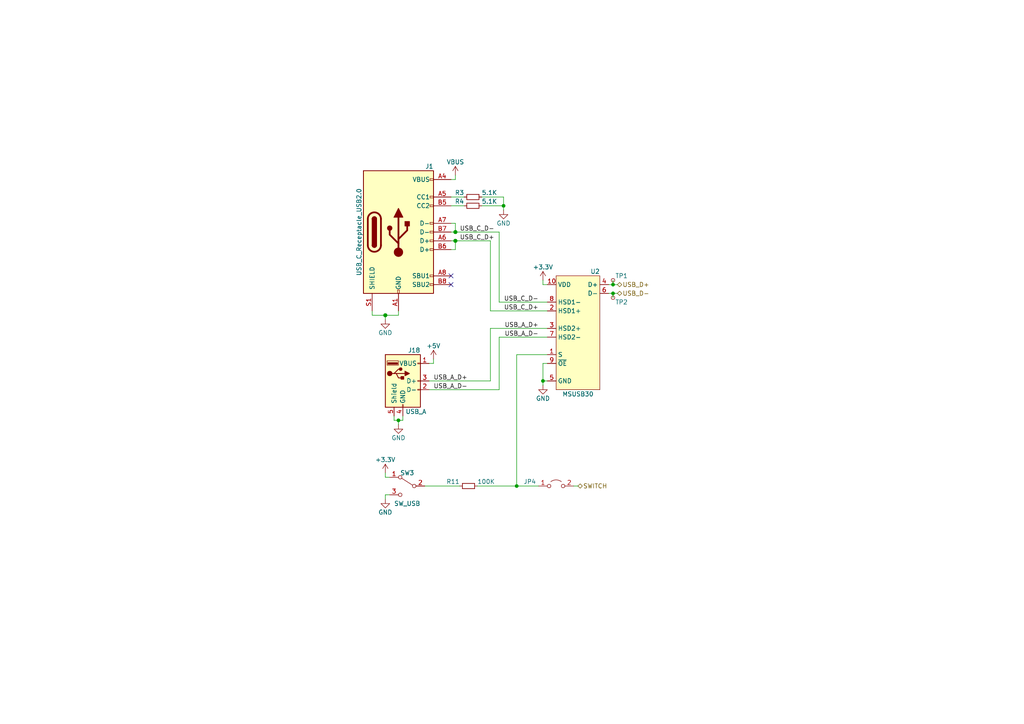
<source format=kicad_sch>
(kicad_sch
	(version 20231120)
	(generator "eeschema")
	(generator_version "8.0")
	(uuid "896a80a2-fa00-469b-993f-40479282ad1c")
	(paper "A4")
	(lib_symbols
		(symbol "Connector:TestPoint_Small"
			(pin_numbers hide)
			(pin_names
				(offset 0.762) hide)
			(exclude_from_sim no)
			(in_bom yes)
			(on_board yes)
			(property "Reference" "TP"
				(at 0 3.81 0)
				(effects
					(font
						(size 1.27 1.27)
					)
				)
			)
			(property "Value" "TestPoint_Small"
				(at 0 2.032 0)
				(effects
					(font
						(size 1.27 1.27)
					)
				)
			)
			(property "Footprint" ""
				(at 5.08 0 0)
				(effects
					(font
						(size 1.27 1.27)
					)
					(hide yes)
				)
			)
			(property "Datasheet" "~"
				(at 5.08 0 0)
				(effects
					(font
						(size 1.27 1.27)
					)
					(hide yes)
				)
			)
			(property "Description" "test point"
				(at 0 0 0)
				(effects
					(font
						(size 1.27 1.27)
					)
					(hide yes)
				)
			)
			(property "ki_keywords" "test point tp"
				(at 0 0 0)
				(effects
					(font
						(size 1.27 1.27)
					)
					(hide yes)
				)
			)
			(property "ki_fp_filters" "Pin* Test*"
				(at 0 0 0)
				(effects
					(font
						(size 1.27 1.27)
					)
					(hide yes)
				)
			)
			(symbol "TestPoint_Small_0_1"
				(circle
					(center 0 0)
					(radius 0.508)
					(stroke
						(width 0)
						(type default)
					)
					(fill
						(type none)
					)
				)
			)
			(symbol "TestPoint_Small_1_1"
				(pin passive line
					(at 0 0 90)
					(length 0)
					(name "1"
						(effects
							(font
								(size 1.27 1.27)
							)
						)
					)
					(number "1"
						(effects
							(font
								(size 1.27 1.27)
							)
						)
					)
				)
			)
		)
		(symbol "Connector:USB_A"
			(pin_names
				(offset 1.016)
			)
			(exclude_from_sim no)
			(in_bom yes)
			(on_board yes)
			(property "Reference" "J"
				(at -5.08 11.43 0)
				(effects
					(font
						(size 1.27 1.27)
					)
					(justify left)
				)
			)
			(property "Value" "USB_A"
				(at -5.08 8.89 0)
				(effects
					(font
						(size 1.27 1.27)
					)
					(justify left)
				)
			)
			(property "Footprint" ""
				(at 3.81 -1.27 0)
				(effects
					(font
						(size 1.27 1.27)
					)
					(hide yes)
				)
			)
			(property "Datasheet" "~"
				(at 3.81 -1.27 0)
				(effects
					(font
						(size 1.27 1.27)
					)
					(hide yes)
				)
			)
			(property "Description" "USB Type A connector"
				(at 0 0 0)
				(effects
					(font
						(size 1.27 1.27)
					)
					(hide yes)
				)
			)
			(property "ki_keywords" "connector USB"
				(at 0 0 0)
				(effects
					(font
						(size 1.27 1.27)
					)
					(hide yes)
				)
			)
			(property "ki_fp_filters" "USB*"
				(at 0 0 0)
				(effects
					(font
						(size 1.27 1.27)
					)
					(hide yes)
				)
			)
			(symbol "USB_A_0_1"
				(rectangle
					(start -5.08 -7.62)
					(end 5.08 7.62)
					(stroke
						(width 0.254)
						(type default)
					)
					(fill
						(type background)
					)
				)
				(circle
					(center -3.81 2.159)
					(radius 0.635)
					(stroke
						(width 0.254)
						(type default)
					)
					(fill
						(type outline)
					)
				)
				(rectangle
					(start -1.524 4.826)
					(end -4.318 5.334)
					(stroke
						(width 0)
						(type default)
					)
					(fill
						(type outline)
					)
				)
				(rectangle
					(start -1.27 4.572)
					(end -4.572 5.842)
					(stroke
						(width 0)
						(type default)
					)
					(fill
						(type none)
					)
				)
				(circle
					(center -0.635 3.429)
					(radius 0.381)
					(stroke
						(width 0.254)
						(type default)
					)
					(fill
						(type outline)
					)
				)
				(rectangle
					(start -0.127 -7.62)
					(end 0.127 -6.858)
					(stroke
						(width 0)
						(type default)
					)
					(fill
						(type none)
					)
				)
				(polyline
					(pts
						(xy -3.175 2.159) (xy -2.54 2.159) (xy -1.27 3.429) (xy -0.635 3.429)
					)
					(stroke
						(width 0.254)
						(type default)
					)
					(fill
						(type none)
					)
				)
				(polyline
					(pts
						(xy -2.54 2.159) (xy -1.905 2.159) (xy -1.27 0.889) (xy 0 0.889)
					)
					(stroke
						(width 0.254)
						(type default)
					)
					(fill
						(type none)
					)
				)
				(polyline
					(pts
						(xy 0.635 2.794) (xy 0.635 1.524) (xy 1.905 2.159) (xy 0.635 2.794)
					)
					(stroke
						(width 0.254)
						(type default)
					)
					(fill
						(type outline)
					)
				)
				(rectangle
					(start 0.254 1.27)
					(end -0.508 0.508)
					(stroke
						(width 0.254)
						(type default)
					)
					(fill
						(type outline)
					)
				)
				(rectangle
					(start 5.08 -2.667)
					(end 4.318 -2.413)
					(stroke
						(width 0)
						(type default)
					)
					(fill
						(type none)
					)
				)
				(rectangle
					(start 5.08 -0.127)
					(end 4.318 0.127)
					(stroke
						(width 0)
						(type default)
					)
					(fill
						(type none)
					)
				)
				(rectangle
					(start 5.08 4.953)
					(end 4.318 5.207)
					(stroke
						(width 0)
						(type default)
					)
					(fill
						(type none)
					)
				)
			)
			(symbol "USB_A_1_1"
				(polyline
					(pts
						(xy -1.905 2.159) (xy 0.635 2.159)
					)
					(stroke
						(width 0.254)
						(type default)
					)
					(fill
						(type none)
					)
				)
				(pin power_in line
					(at 7.62 5.08 180)
					(length 2.54)
					(name "VBUS"
						(effects
							(font
								(size 1.27 1.27)
							)
						)
					)
					(number "1"
						(effects
							(font
								(size 1.27 1.27)
							)
						)
					)
				)
				(pin bidirectional line
					(at 7.62 -2.54 180)
					(length 2.54)
					(name "D-"
						(effects
							(font
								(size 1.27 1.27)
							)
						)
					)
					(number "2"
						(effects
							(font
								(size 1.27 1.27)
							)
						)
					)
				)
				(pin bidirectional line
					(at 7.62 0 180)
					(length 2.54)
					(name "D+"
						(effects
							(font
								(size 1.27 1.27)
							)
						)
					)
					(number "3"
						(effects
							(font
								(size 1.27 1.27)
							)
						)
					)
				)
				(pin power_in line
					(at 0 -10.16 90)
					(length 2.54)
					(name "GND"
						(effects
							(font
								(size 1.27 1.27)
							)
						)
					)
					(number "4"
						(effects
							(font
								(size 1.27 1.27)
							)
						)
					)
				)
				(pin passive line
					(at -2.54 -10.16 90)
					(length 2.54)
					(name "Shield"
						(effects
							(font
								(size 1.27 1.27)
							)
						)
					)
					(number "5"
						(effects
							(font
								(size 1.27 1.27)
							)
						)
					)
				)
			)
		)
		(symbol "Connector:USB_C_Receptacle_USB2.0"
			(pin_names
				(offset 1.016)
			)
			(exclude_from_sim no)
			(in_bom yes)
			(on_board yes)
			(property "Reference" "J"
				(at -10.16 19.05 0)
				(effects
					(font
						(size 1.27 1.27)
					)
					(justify left)
				)
			)
			(property "Value" "USB_C_Receptacle_USB2.0"
				(at 19.05 19.05 0)
				(effects
					(font
						(size 1.27 1.27)
					)
					(justify right)
				)
			)
			(property "Footprint" ""
				(at 3.81 0 0)
				(effects
					(font
						(size 1.27 1.27)
					)
					(hide yes)
				)
			)
			(property "Datasheet" "https://www.usb.org/sites/default/files/documents/usb_type-c.zip"
				(at 3.81 0 0)
				(effects
					(font
						(size 1.27 1.27)
					)
					(hide yes)
				)
			)
			(property "Description" "USB 2.0-only Type-C Receptacle connector"
				(at 0 0 0)
				(effects
					(font
						(size 1.27 1.27)
					)
					(hide yes)
				)
			)
			(property "ki_keywords" "usb universal serial bus type-C USB2.0"
				(at 0 0 0)
				(effects
					(font
						(size 1.27 1.27)
					)
					(hide yes)
				)
			)
			(property "ki_fp_filters" "USB*C*Receptacle*"
				(at 0 0 0)
				(effects
					(font
						(size 1.27 1.27)
					)
					(hide yes)
				)
			)
			(symbol "USB_C_Receptacle_USB2.0_0_0"
				(rectangle
					(start -0.254 -17.78)
					(end 0.254 -16.764)
					(stroke
						(width 0)
						(type default)
					)
					(fill
						(type none)
					)
				)
				(rectangle
					(start 10.16 -14.986)
					(end 9.144 -15.494)
					(stroke
						(width 0)
						(type default)
					)
					(fill
						(type none)
					)
				)
				(rectangle
					(start 10.16 -12.446)
					(end 9.144 -12.954)
					(stroke
						(width 0)
						(type default)
					)
					(fill
						(type none)
					)
				)
				(rectangle
					(start 10.16 -4.826)
					(end 9.144 -5.334)
					(stroke
						(width 0)
						(type default)
					)
					(fill
						(type none)
					)
				)
				(rectangle
					(start 10.16 -2.286)
					(end 9.144 -2.794)
					(stroke
						(width 0)
						(type default)
					)
					(fill
						(type none)
					)
				)
				(rectangle
					(start 10.16 0.254)
					(end 9.144 -0.254)
					(stroke
						(width 0)
						(type default)
					)
					(fill
						(type none)
					)
				)
				(rectangle
					(start 10.16 2.794)
					(end 9.144 2.286)
					(stroke
						(width 0)
						(type default)
					)
					(fill
						(type none)
					)
				)
				(rectangle
					(start 10.16 7.874)
					(end 9.144 7.366)
					(stroke
						(width 0)
						(type default)
					)
					(fill
						(type none)
					)
				)
				(rectangle
					(start 10.16 10.414)
					(end 9.144 9.906)
					(stroke
						(width 0)
						(type default)
					)
					(fill
						(type none)
					)
				)
				(rectangle
					(start 10.16 15.494)
					(end 9.144 14.986)
					(stroke
						(width 0)
						(type default)
					)
					(fill
						(type none)
					)
				)
			)
			(symbol "USB_C_Receptacle_USB2.0_0_1"
				(rectangle
					(start -10.16 17.78)
					(end 10.16 -17.78)
					(stroke
						(width 0.254)
						(type default)
					)
					(fill
						(type background)
					)
				)
				(arc
					(start -8.89 -3.81)
					(mid -6.985 -5.7066)
					(end -5.08 -3.81)
					(stroke
						(width 0.508)
						(type default)
					)
					(fill
						(type none)
					)
				)
				(arc
					(start -7.62 -3.81)
					(mid -6.985 -4.4422)
					(end -6.35 -3.81)
					(stroke
						(width 0.254)
						(type default)
					)
					(fill
						(type none)
					)
				)
				(arc
					(start -7.62 -3.81)
					(mid -6.985 -4.4422)
					(end -6.35 -3.81)
					(stroke
						(width 0.254)
						(type default)
					)
					(fill
						(type outline)
					)
				)
				(rectangle
					(start -7.62 -3.81)
					(end -6.35 3.81)
					(stroke
						(width 0.254)
						(type default)
					)
					(fill
						(type outline)
					)
				)
				(arc
					(start -6.35 3.81)
					(mid -6.985 4.4422)
					(end -7.62 3.81)
					(stroke
						(width 0.254)
						(type default)
					)
					(fill
						(type none)
					)
				)
				(arc
					(start -6.35 3.81)
					(mid -6.985 4.4422)
					(end -7.62 3.81)
					(stroke
						(width 0.254)
						(type default)
					)
					(fill
						(type outline)
					)
				)
				(arc
					(start -5.08 3.81)
					(mid -6.985 5.7066)
					(end -8.89 3.81)
					(stroke
						(width 0.508)
						(type default)
					)
					(fill
						(type none)
					)
				)
				(circle
					(center -2.54 1.143)
					(radius 0.635)
					(stroke
						(width 0.254)
						(type default)
					)
					(fill
						(type outline)
					)
				)
				(circle
					(center 0 -5.842)
					(radius 1.27)
					(stroke
						(width 0)
						(type default)
					)
					(fill
						(type outline)
					)
				)
				(polyline
					(pts
						(xy -8.89 -3.81) (xy -8.89 3.81)
					)
					(stroke
						(width 0.508)
						(type default)
					)
					(fill
						(type none)
					)
				)
				(polyline
					(pts
						(xy -5.08 3.81) (xy -5.08 -3.81)
					)
					(stroke
						(width 0.508)
						(type default)
					)
					(fill
						(type none)
					)
				)
				(polyline
					(pts
						(xy 0 -5.842) (xy 0 4.318)
					)
					(stroke
						(width 0.508)
						(type default)
					)
					(fill
						(type none)
					)
				)
				(polyline
					(pts
						(xy 0 -3.302) (xy -2.54 -0.762) (xy -2.54 0.508)
					)
					(stroke
						(width 0.508)
						(type default)
					)
					(fill
						(type none)
					)
				)
				(polyline
					(pts
						(xy 0 -2.032) (xy 2.54 0.508) (xy 2.54 1.778)
					)
					(stroke
						(width 0.508)
						(type default)
					)
					(fill
						(type none)
					)
				)
				(polyline
					(pts
						(xy -1.27 4.318) (xy 0 6.858) (xy 1.27 4.318) (xy -1.27 4.318)
					)
					(stroke
						(width 0.254)
						(type default)
					)
					(fill
						(type outline)
					)
				)
				(rectangle
					(start 1.905 1.778)
					(end 3.175 3.048)
					(stroke
						(width 0.254)
						(type default)
					)
					(fill
						(type outline)
					)
				)
			)
			(symbol "USB_C_Receptacle_USB2.0_1_1"
				(pin passive line
					(at 0 -22.86 90)
					(length 5.08)
					(name "GND"
						(effects
							(font
								(size 1.27 1.27)
							)
						)
					)
					(number "A1"
						(effects
							(font
								(size 1.27 1.27)
							)
						)
					)
				)
				(pin passive line
					(at 0 -22.86 90)
					(length 5.08) hide
					(name "GND"
						(effects
							(font
								(size 1.27 1.27)
							)
						)
					)
					(number "A12"
						(effects
							(font
								(size 1.27 1.27)
							)
						)
					)
				)
				(pin passive line
					(at 15.24 15.24 180)
					(length 5.08)
					(name "VBUS"
						(effects
							(font
								(size 1.27 1.27)
							)
						)
					)
					(number "A4"
						(effects
							(font
								(size 1.27 1.27)
							)
						)
					)
				)
				(pin bidirectional line
					(at 15.24 10.16 180)
					(length 5.08)
					(name "CC1"
						(effects
							(font
								(size 1.27 1.27)
							)
						)
					)
					(number "A5"
						(effects
							(font
								(size 1.27 1.27)
							)
						)
					)
				)
				(pin bidirectional line
					(at 15.24 -2.54 180)
					(length 5.08)
					(name "D+"
						(effects
							(font
								(size 1.27 1.27)
							)
						)
					)
					(number "A6"
						(effects
							(font
								(size 1.27 1.27)
							)
						)
					)
				)
				(pin bidirectional line
					(at 15.24 2.54 180)
					(length 5.08)
					(name "D-"
						(effects
							(font
								(size 1.27 1.27)
							)
						)
					)
					(number "A7"
						(effects
							(font
								(size 1.27 1.27)
							)
						)
					)
				)
				(pin bidirectional line
					(at 15.24 -12.7 180)
					(length 5.08)
					(name "SBU1"
						(effects
							(font
								(size 1.27 1.27)
							)
						)
					)
					(number "A8"
						(effects
							(font
								(size 1.27 1.27)
							)
						)
					)
				)
				(pin passive line
					(at 15.24 15.24 180)
					(length 5.08) hide
					(name "VBUS"
						(effects
							(font
								(size 1.27 1.27)
							)
						)
					)
					(number "A9"
						(effects
							(font
								(size 1.27 1.27)
							)
						)
					)
				)
				(pin passive line
					(at 0 -22.86 90)
					(length 5.08) hide
					(name "GND"
						(effects
							(font
								(size 1.27 1.27)
							)
						)
					)
					(number "B1"
						(effects
							(font
								(size 1.27 1.27)
							)
						)
					)
				)
				(pin passive line
					(at 0 -22.86 90)
					(length 5.08) hide
					(name "GND"
						(effects
							(font
								(size 1.27 1.27)
							)
						)
					)
					(number "B12"
						(effects
							(font
								(size 1.27 1.27)
							)
						)
					)
				)
				(pin passive line
					(at 15.24 15.24 180)
					(length 5.08) hide
					(name "VBUS"
						(effects
							(font
								(size 1.27 1.27)
							)
						)
					)
					(number "B4"
						(effects
							(font
								(size 1.27 1.27)
							)
						)
					)
				)
				(pin bidirectional line
					(at 15.24 7.62 180)
					(length 5.08)
					(name "CC2"
						(effects
							(font
								(size 1.27 1.27)
							)
						)
					)
					(number "B5"
						(effects
							(font
								(size 1.27 1.27)
							)
						)
					)
				)
				(pin bidirectional line
					(at 15.24 -5.08 180)
					(length 5.08)
					(name "D+"
						(effects
							(font
								(size 1.27 1.27)
							)
						)
					)
					(number "B6"
						(effects
							(font
								(size 1.27 1.27)
							)
						)
					)
				)
				(pin bidirectional line
					(at 15.24 0 180)
					(length 5.08)
					(name "D-"
						(effects
							(font
								(size 1.27 1.27)
							)
						)
					)
					(number "B7"
						(effects
							(font
								(size 1.27 1.27)
							)
						)
					)
				)
				(pin bidirectional line
					(at 15.24 -15.24 180)
					(length 5.08)
					(name "SBU2"
						(effects
							(font
								(size 1.27 1.27)
							)
						)
					)
					(number "B8"
						(effects
							(font
								(size 1.27 1.27)
							)
						)
					)
				)
				(pin passive line
					(at 15.24 15.24 180)
					(length 5.08) hide
					(name "VBUS"
						(effects
							(font
								(size 1.27 1.27)
							)
						)
					)
					(number "B9"
						(effects
							(font
								(size 1.27 1.27)
							)
						)
					)
				)
				(pin passive line
					(at -7.62 -22.86 90)
					(length 5.08)
					(name "SHIELD"
						(effects
							(font
								(size 1.27 1.27)
							)
						)
					)
					(number "S1"
						(effects
							(font
								(size 1.27 1.27)
							)
						)
					)
				)
			)
		)
		(symbol "Device:R_Small"
			(pin_numbers hide)
			(pin_names
				(offset 0.254) hide)
			(exclude_from_sim no)
			(in_bom yes)
			(on_board yes)
			(property "Reference" "R"
				(at 0.762 0.508 0)
				(effects
					(font
						(size 1.27 1.27)
					)
					(justify left)
				)
			)
			(property "Value" "R_Small"
				(at 0.762 -1.016 0)
				(effects
					(font
						(size 1.27 1.27)
					)
					(justify left)
				)
			)
			(property "Footprint" ""
				(at 0 0 0)
				(effects
					(font
						(size 1.27 1.27)
					)
					(hide yes)
				)
			)
			(property "Datasheet" "~"
				(at 0 0 0)
				(effects
					(font
						(size 1.27 1.27)
					)
					(hide yes)
				)
			)
			(property "Description" "Resistor, small symbol"
				(at 0 0 0)
				(effects
					(font
						(size 1.27 1.27)
					)
					(hide yes)
				)
			)
			(property "ki_keywords" "R resistor"
				(at 0 0 0)
				(effects
					(font
						(size 1.27 1.27)
					)
					(hide yes)
				)
			)
			(property "ki_fp_filters" "R_*"
				(at 0 0 0)
				(effects
					(font
						(size 1.27 1.27)
					)
					(hide yes)
				)
			)
			(symbol "R_Small_0_1"
				(rectangle
					(start -0.762 1.778)
					(end 0.762 -1.778)
					(stroke
						(width 0.2032)
						(type default)
					)
					(fill
						(type none)
					)
				)
			)
			(symbol "R_Small_1_1"
				(pin passive line
					(at 0 2.54 270)
					(length 0.762)
					(name "~"
						(effects
							(font
								(size 1.27 1.27)
							)
						)
					)
					(number "1"
						(effects
							(font
								(size 1.27 1.27)
							)
						)
					)
				)
				(pin passive line
					(at 0 -2.54 90)
					(length 0.762)
					(name "~"
						(effects
							(font
								(size 1.27 1.27)
							)
						)
					)
					(number "2"
						(effects
							(font
								(size 1.27 1.27)
							)
						)
					)
				)
			)
		)
		(symbol "Interface_USB_Extra:MSUSB30"
			(exclude_from_sim no)
			(in_bom yes)
			(on_board yes)
			(property "Reference" "U"
				(at 6.35 19.05 0)
				(effects
					(font
						(size 1.27 1.27)
					)
					(justify right)
				)
			)
			(property "Value" "MSUSB30"
				(at 0 -16.51 0)
				(effects
					(font
						(size 1.27 1.27)
					)
				)
			)
			(property "Footprint" "Package_SO:MSOP-10_3x3mm_P0.5mm"
				(at 0 -24.13 0)
				(effects
					(font
						(size 1.27 1.27)
					)
					(hide yes)
				)
			)
			(property "Datasheet" "https://datasheet.lcsc.com/lcsc/1809010913_Hangzhou-Ruimeng-Tech-MSUSB30_C231929.pdf"
				(at 0 -21.59 0)
				(effects
					(font
						(size 1.27 1.27)
					)
					(hide yes)
				)
			)
			(property "Description" ""
				(at 7.62 -5.08 0)
				(effects
					(font
						(size 1.27 1.27)
					)
					(hide yes)
				)
			)
			(property "LCSC" "C231929"
				(at 0 -19.05 0)
				(effects
					(font
						(size 1.27 1.27)
					)
					(hide yes)
				)
			)
			(symbol "MSUSB30_0_0"
				(pin input line
					(at -8.89 -5.08 0)
					(length 2.54)
					(name "S"
						(effects
							(font
								(size 1.27 1.27)
							)
						)
					)
					(number "1"
						(effects
							(font
								(size 1.27 1.27)
							)
						)
					)
				)
				(pin power_in line
					(at -8.89 15.24 0)
					(length 2.54)
					(name "VDD"
						(effects
							(font
								(size 1.27 1.27)
							)
						)
					)
					(number "10"
						(effects
							(font
								(size 1.27 1.27)
							)
						)
					)
				)
				(pin bidirectional line
					(at -8.89 7.62 0)
					(length 2.54)
					(name "HSD1+"
						(effects
							(font
								(size 1.27 1.27)
							)
						)
					)
					(number "2"
						(effects
							(font
								(size 1.27 1.27)
							)
						)
					)
				)
				(pin bidirectional line
					(at -8.89 2.54 0)
					(length 2.54)
					(name "HSD2+"
						(effects
							(font
								(size 1.27 1.27)
							)
						)
					)
					(number "3"
						(effects
							(font
								(size 1.27 1.27)
							)
						)
					)
				)
				(pin bidirectional line
					(at 8.89 15.24 180)
					(length 2.54)
					(name "D+"
						(effects
							(font
								(size 1.27 1.27)
							)
						)
					)
					(number "4"
						(effects
							(font
								(size 1.27 1.27)
							)
						)
					)
				)
				(pin power_in line
					(at -8.89 -12.7 0)
					(length 2.54)
					(name "GND"
						(effects
							(font
								(size 1.27 1.27)
							)
						)
					)
					(number "5"
						(effects
							(font
								(size 1.27 1.27)
							)
						)
					)
				)
				(pin bidirectional line
					(at 8.89 12.7 180)
					(length 2.54)
					(name "D-"
						(effects
							(font
								(size 1.27 1.27)
							)
						)
					)
					(number "6"
						(effects
							(font
								(size 1.27 1.27)
							)
						)
					)
				)
				(pin bidirectional line
					(at -8.89 0 0)
					(length 2.54)
					(name "HSD2-"
						(effects
							(font
								(size 1.27 1.27)
							)
						)
					)
					(number "7"
						(effects
							(font
								(size 1.27 1.27)
							)
						)
					)
				)
				(pin bidirectional line
					(at -8.89 10.16 0)
					(length 2.54)
					(name "HSD1-"
						(effects
							(font
								(size 1.27 1.27)
							)
						)
					)
					(number "8"
						(effects
							(font
								(size 1.27 1.27)
							)
						)
					)
				)
				(pin input line
					(at -8.89 -7.62 0)
					(length 2.54)
					(name "~{OE}"
						(effects
							(font
								(size 1.27 1.27)
							)
						)
					)
					(number "9"
						(effects
							(font
								(size 1.27 1.27)
							)
						)
					)
				)
			)
			(symbol "MSUSB30_1_1"
				(rectangle
					(start -6.35 17.78)
					(end 6.35 -15.24)
					(stroke
						(width 0)
						(type default)
					)
					(fill
						(type background)
					)
				)
			)
		)
		(symbol "Jumper:Jumper_2_Open"
			(pin_names
				(offset 0) hide)
			(exclude_from_sim yes)
			(in_bom yes)
			(on_board yes)
			(property "Reference" "JP"
				(at 0 2.794 0)
				(effects
					(font
						(size 1.27 1.27)
					)
				)
			)
			(property "Value" "Jumper_2_Open"
				(at 0 -2.286 0)
				(effects
					(font
						(size 1.27 1.27)
					)
				)
			)
			(property "Footprint" ""
				(at 0 0 0)
				(effects
					(font
						(size 1.27 1.27)
					)
					(hide yes)
				)
			)
			(property "Datasheet" "~"
				(at 0 0 0)
				(effects
					(font
						(size 1.27 1.27)
					)
					(hide yes)
				)
			)
			(property "Description" "Jumper, 2-pole, open"
				(at 0 0 0)
				(effects
					(font
						(size 1.27 1.27)
					)
					(hide yes)
				)
			)
			(property "ki_keywords" "Jumper SPST"
				(at 0 0 0)
				(effects
					(font
						(size 1.27 1.27)
					)
					(hide yes)
				)
			)
			(property "ki_fp_filters" "Jumper* TestPoint*2Pads* TestPoint*Bridge*"
				(at 0 0 0)
				(effects
					(font
						(size 1.27 1.27)
					)
					(hide yes)
				)
			)
			(symbol "Jumper_2_Open_0_0"
				(circle
					(center -2.032 0)
					(radius 0.508)
					(stroke
						(width 0)
						(type default)
					)
					(fill
						(type none)
					)
				)
				(circle
					(center 2.032 0)
					(radius 0.508)
					(stroke
						(width 0)
						(type default)
					)
					(fill
						(type none)
					)
				)
			)
			(symbol "Jumper_2_Open_0_1"
				(arc
					(start 1.524 1.27)
					(mid 0 1.778)
					(end -1.524 1.27)
					(stroke
						(width 0)
						(type default)
					)
					(fill
						(type none)
					)
				)
			)
			(symbol "Jumper_2_Open_1_1"
				(pin passive line
					(at -5.08 0 0)
					(length 2.54)
					(name "A"
						(effects
							(font
								(size 1.27 1.27)
							)
						)
					)
					(number "1"
						(effects
							(font
								(size 1.27 1.27)
							)
						)
					)
				)
				(pin passive line
					(at 5.08 0 180)
					(length 2.54)
					(name "B"
						(effects
							(font
								(size 1.27 1.27)
							)
						)
					)
					(number "2"
						(effects
							(font
								(size 1.27 1.27)
							)
						)
					)
				)
			)
		)
		(symbol "Switch:SW_SPDT"
			(pin_names
				(offset 0) hide)
			(exclude_from_sim no)
			(in_bom yes)
			(on_board yes)
			(property "Reference" "SW"
				(at 0 4.318 0)
				(effects
					(font
						(size 1.27 1.27)
					)
				)
			)
			(property "Value" "SW_SPDT"
				(at 0 -5.08 0)
				(effects
					(font
						(size 1.27 1.27)
					)
				)
			)
			(property "Footprint" ""
				(at 0 0 0)
				(effects
					(font
						(size 1.27 1.27)
					)
					(hide yes)
				)
			)
			(property "Datasheet" "~"
				(at 0 0 0)
				(effects
					(font
						(size 1.27 1.27)
					)
					(hide yes)
				)
			)
			(property "Description" "Switch, single pole double throw"
				(at 0 0 0)
				(effects
					(font
						(size 1.27 1.27)
					)
					(hide yes)
				)
			)
			(property "ki_keywords" "switch single-pole double-throw spdt ON-ON"
				(at 0 0 0)
				(effects
					(font
						(size 1.27 1.27)
					)
					(hide yes)
				)
			)
			(symbol "SW_SPDT_0_0"
				(circle
					(center -2.032 0)
					(radius 0.508)
					(stroke
						(width 0)
						(type default)
					)
					(fill
						(type none)
					)
				)
				(circle
					(center 2.032 -2.54)
					(radius 0.508)
					(stroke
						(width 0)
						(type default)
					)
					(fill
						(type none)
					)
				)
			)
			(symbol "SW_SPDT_0_1"
				(polyline
					(pts
						(xy -1.524 0.254) (xy 1.651 2.286)
					)
					(stroke
						(width 0)
						(type default)
					)
					(fill
						(type none)
					)
				)
				(circle
					(center 2.032 2.54)
					(radius 0.508)
					(stroke
						(width 0)
						(type default)
					)
					(fill
						(type none)
					)
				)
			)
			(symbol "SW_SPDT_1_1"
				(pin passive line
					(at 5.08 2.54 180)
					(length 2.54)
					(name "A"
						(effects
							(font
								(size 1.27 1.27)
							)
						)
					)
					(number "1"
						(effects
							(font
								(size 1.27 1.27)
							)
						)
					)
				)
				(pin passive line
					(at -5.08 0 0)
					(length 2.54)
					(name "B"
						(effects
							(font
								(size 1.27 1.27)
							)
						)
					)
					(number "2"
						(effects
							(font
								(size 1.27 1.27)
							)
						)
					)
				)
				(pin passive line
					(at 5.08 -2.54 180)
					(length 2.54)
					(name "C"
						(effects
							(font
								(size 1.27 1.27)
							)
						)
					)
					(number "3"
						(effects
							(font
								(size 1.27 1.27)
							)
						)
					)
				)
			)
		)
		(symbol "power:+3.3V"
			(power)
			(pin_names
				(offset 0)
			)
			(exclude_from_sim no)
			(in_bom yes)
			(on_board yes)
			(property "Reference" "#PWR"
				(at 0 -3.81 0)
				(effects
					(font
						(size 1.27 1.27)
					)
					(hide yes)
				)
			)
			(property "Value" "+3.3V"
				(at 0 3.556 0)
				(effects
					(font
						(size 1.27 1.27)
					)
				)
			)
			(property "Footprint" ""
				(at 0 0 0)
				(effects
					(font
						(size 1.27 1.27)
					)
					(hide yes)
				)
			)
			(property "Datasheet" ""
				(at 0 0 0)
				(effects
					(font
						(size 1.27 1.27)
					)
					(hide yes)
				)
			)
			(property "Description" "Power symbol creates a global label with name \"+3.3V\""
				(at 0 0 0)
				(effects
					(font
						(size 1.27 1.27)
					)
					(hide yes)
				)
			)
			(property "ki_keywords" "global power"
				(at 0 0 0)
				(effects
					(font
						(size 1.27 1.27)
					)
					(hide yes)
				)
			)
			(symbol "+3.3V_0_1"
				(polyline
					(pts
						(xy -0.762 1.27) (xy 0 2.54)
					)
					(stroke
						(width 0)
						(type default)
					)
					(fill
						(type none)
					)
				)
				(polyline
					(pts
						(xy 0 0) (xy 0 2.54)
					)
					(stroke
						(width 0)
						(type default)
					)
					(fill
						(type none)
					)
				)
				(polyline
					(pts
						(xy 0 2.54) (xy 0.762 1.27)
					)
					(stroke
						(width 0)
						(type default)
					)
					(fill
						(type none)
					)
				)
			)
			(symbol "+3.3V_1_1"
				(pin power_in line
					(at 0 0 90)
					(length 0) hide
					(name "+3.3V"
						(effects
							(font
								(size 1.27 1.27)
							)
						)
					)
					(number "1"
						(effects
							(font
								(size 1.27 1.27)
							)
						)
					)
				)
			)
		)
		(symbol "power:+5V"
			(power)
			(pin_names
				(offset 0)
			)
			(exclude_from_sim no)
			(in_bom yes)
			(on_board yes)
			(property "Reference" "#PWR"
				(at 0 -3.81 0)
				(effects
					(font
						(size 1.27 1.27)
					)
					(hide yes)
				)
			)
			(property "Value" "+5V"
				(at 0 3.556 0)
				(effects
					(font
						(size 1.27 1.27)
					)
				)
			)
			(property "Footprint" ""
				(at 0 0 0)
				(effects
					(font
						(size 1.27 1.27)
					)
					(hide yes)
				)
			)
			(property "Datasheet" ""
				(at 0 0 0)
				(effects
					(font
						(size 1.27 1.27)
					)
					(hide yes)
				)
			)
			(property "Description" "Power symbol creates a global label with name \"+5V\""
				(at 0 0 0)
				(effects
					(font
						(size 1.27 1.27)
					)
					(hide yes)
				)
			)
			(property "ki_keywords" "global power"
				(at 0 0 0)
				(effects
					(font
						(size 1.27 1.27)
					)
					(hide yes)
				)
			)
			(symbol "+5V_0_1"
				(polyline
					(pts
						(xy -0.762 1.27) (xy 0 2.54)
					)
					(stroke
						(width 0)
						(type default)
					)
					(fill
						(type none)
					)
				)
				(polyline
					(pts
						(xy 0 0) (xy 0 2.54)
					)
					(stroke
						(width 0)
						(type default)
					)
					(fill
						(type none)
					)
				)
				(polyline
					(pts
						(xy 0 2.54) (xy 0.762 1.27)
					)
					(stroke
						(width 0)
						(type default)
					)
					(fill
						(type none)
					)
				)
			)
			(symbol "+5V_1_1"
				(pin power_in line
					(at 0 0 90)
					(length 0) hide
					(name "+5V"
						(effects
							(font
								(size 1.27 1.27)
							)
						)
					)
					(number "1"
						(effects
							(font
								(size 1.27 1.27)
							)
						)
					)
				)
			)
		)
		(symbol "power:GND"
			(power)
			(pin_names
				(offset 0)
			)
			(exclude_from_sim no)
			(in_bom yes)
			(on_board yes)
			(property "Reference" "#PWR"
				(at 0 -6.35 0)
				(effects
					(font
						(size 1.27 1.27)
					)
					(hide yes)
				)
			)
			(property "Value" "GND"
				(at 0 -3.81 0)
				(effects
					(font
						(size 1.27 1.27)
					)
				)
			)
			(property "Footprint" ""
				(at 0 0 0)
				(effects
					(font
						(size 1.27 1.27)
					)
					(hide yes)
				)
			)
			(property "Datasheet" ""
				(at 0 0 0)
				(effects
					(font
						(size 1.27 1.27)
					)
					(hide yes)
				)
			)
			(property "Description" "Power symbol creates a global label with name \"GND\" , ground"
				(at 0 0 0)
				(effects
					(font
						(size 1.27 1.27)
					)
					(hide yes)
				)
			)
			(property "ki_keywords" "global power"
				(at 0 0 0)
				(effects
					(font
						(size 1.27 1.27)
					)
					(hide yes)
				)
			)
			(symbol "GND_0_1"
				(polyline
					(pts
						(xy 0 0) (xy 0 -1.27) (xy 1.27 -1.27) (xy 0 -2.54) (xy -1.27 -1.27) (xy 0 -1.27)
					)
					(stroke
						(width 0)
						(type default)
					)
					(fill
						(type none)
					)
				)
			)
			(symbol "GND_1_1"
				(pin power_in line
					(at 0 0 270)
					(length 0) hide
					(name "GND"
						(effects
							(font
								(size 1.27 1.27)
							)
						)
					)
					(number "1"
						(effects
							(font
								(size 1.27 1.27)
							)
						)
					)
				)
			)
		)
		(symbol "power:VBUS"
			(power)
			(pin_names
				(offset 0)
			)
			(exclude_from_sim no)
			(in_bom yes)
			(on_board yes)
			(property "Reference" "#PWR"
				(at 0 -3.81 0)
				(effects
					(font
						(size 1.27 1.27)
					)
					(hide yes)
				)
			)
			(property "Value" "VBUS"
				(at 0 3.81 0)
				(effects
					(font
						(size 1.27 1.27)
					)
				)
			)
			(property "Footprint" ""
				(at 0 0 0)
				(effects
					(font
						(size 1.27 1.27)
					)
					(hide yes)
				)
			)
			(property "Datasheet" ""
				(at 0 0 0)
				(effects
					(font
						(size 1.27 1.27)
					)
					(hide yes)
				)
			)
			(property "Description" "Power symbol creates a global label with name \"VBUS\""
				(at 0 0 0)
				(effects
					(font
						(size 1.27 1.27)
					)
					(hide yes)
				)
			)
			(property "ki_keywords" "global power"
				(at 0 0 0)
				(effects
					(font
						(size 1.27 1.27)
					)
					(hide yes)
				)
			)
			(symbol "VBUS_0_1"
				(polyline
					(pts
						(xy -0.762 1.27) (xy 0 2.54)
					)
					(stroke
						(width 0)
						(type default)
					)
					(fill
						(type none)
					)
				)
				(polyline
					(pts
						(xy 0 0) (xy 0 2.54)
					)
					(stroke
						(width 0)
						(type default)
					)
					(fill
						(type none)
					)
				)
				(polyline
					(pts
						(xy 0 2.54) (xy 0.762 1.27)
					)
					(stroke
						(width 0)
						(type default)
					)
					(fill
						(type none)
					)
				)
			)
			(symbol "VBUS_1_1"
				(pin power_in line
					(at 0 0 90)
					(length 0) hide
					(name "VBUS"
						(effects
							(font
								(size 1.27 1.27)
							)
						)
					)
					(number "1"
						(effects
							(font
								(size 1.27 1.27)
							)
						)
					)
				)
			)
		)
	)
	(junction
		(at 115.57 121.92)
		(diameter 0)
		(color 0 0 0 0)
		(uuid "1a1a1b71-e8d4-48e2-9382-c0188e0d08a5")
	)
	(junction
		(at 111.76 91.44)
		(diameter 1.016)
		(color 0 0 0 0)
		(uuid "3356e8c2-8621-4b58-a3db-761d96c92e22")
	)
	(junction
		(at 132.08 69.85)
		(diameter 1.016)
		(color 0 0 0 0)
		(uuid "5d396011-a7de-419f-8509-834a81eb2e9c")
	)
	(junction
		(at 146.05 59.69)
		(diameter 0)
		(color 0 0 0 0)
		(uuid "7706db50-1b98-4b5e-adac-f6316a91f027")
	)
	(junction
		(at 177.8 85.09)
		(diameter 0)
		(color 0 0 0 0)
		(uuid "7fe6ed41-c529-4d5a-a7d6-57a859ab6e07")
	)
	(junction
		(at 157.48 110.49)
		(diameter 0)
		(color 0 0 0 0)
		(uuid "a65c374e-1210-445c-8a41-758ff4090ae7")
	)
	(junction
		(at 177.8 82.55)
		(diameter 0)
		(color 0 0 0 0)
		(uuid "b009bf8a-9d90-49e9-a201-676582a9278f")
	)
	(junction
		(at 132.08 67.31)
		(diameter 1.016)
		(color 0 0 0 0)
		(uuid "b2891e1f-d294-4d3e-94d6-86ded58e1df9")
	)
	(junction
		(at 149.86 140.97)
		(diameter 0)
		(color 0 0 0 0)
		(uuid "e1316eec-92d4-4c06-8396-06cde7274161")
	)
	(no_connect
		(at 130.81 80.01)
		(uuid "5108299d-4ac2-4908-a008-0f8ac86ccac1")
	)
	(no_connect
		(at 130.81 82.55)
		(uuid "7af1c33a-8f0f-4729-8606-a997e9f38141")
	)
	(wire
		(pts
			(xy 167.64 140.97) (xy 166.37 140.97)
		)
		(stroke
			(width 0)
			(type default)
		)
		(uuid "0535ec46-eabf-4810-a5b0-8c15e61a8fe4")
	)
	(wire
		(pts
			(xy 132.08 69.85) (xy 142.24 69.85)
		)
		(stroke
			(width 0)
			(type solid)
		)
		(uuid "06d8757a-2796-40fb-b251-fde097bd3021")
	)
	(wire
		(pts
			(xy 142.24 95.25) (xy 158.75 95.25)
		)
		(stroke
			(width 0)
			(type default)
		)
		(uuid "07d6f48a-4aa4-4b6b-b2fb-993a1a4ee911")
	)
	(wire
		(pts
			(xy 149.86 140.97) (xy 149.86 102.87)
		)
		(stroke
			(width 0)
			(type default)
		)
		(uuid "12a68f4b-2942-40eb-b44c-f6b31a211e41")
	)
	(wire
		(pts
			(xy 139.7 57.15) (xy 146.05 57.15)
		)
		(stroke
			(width 0)
			(type solid)
		)
		(uuid "182bf1a7-3bc5-4412-a03d-0cb3ebedae71")
	)
	(wire
		(pts
			(xy 113.03 143.51) (xy 111.76 143.51)
		)
		(stroke
			(width 0)
			(type default)
		)
		(uuid "1881bee9-3c7c-422d-bec1-e0b4b3607c2d")
	)
	(wire
		(pts
			(xy 144.78 97.79) (xy 158.75 97.79)
		)
		(stroke
			(width 0)
			(type default)
		)
		(uuid "1fdff04c-26f4-442f-a69a-112865783390")
	)
	(wire
		(pts
			(xy 130.81 72.39) (xy 132.08 72.39)
		)
		(stroke
			(width 0)
			(type solid)
		)
		(uuid "216f4541-a091-4685-83e7-86b340ad951e")
	)
	(wire
		(pts
			(xy 157.48 105.41) (xy 157.48 110.49)
		)
		(stroke
			(width 0)
			(type default)
		)
		(uuid "2202c9f5-01b2-4af3-bf94-0394560c48f0")
	)
	(wire
		(pts
			(xy 132.08 50.8) (xy 132.08 52.07)
		)
		(stroke
			(width 0)
			(type solid)
		)
		(uuid "26152ff4-0f22-4361-a75d-ea7e57e4c680")
	)
	(wire
		(pts
			(xy 124.46 105.41) (xy 125.73 105.41)
		)
		(stroke
			(width 0)
			(type default)
		)
		(uuid "270f7d15-8faf-409e-b98e-f8b1e035a97c")
	)
	(wire
		(pts
			(xy 130.81 59.69) (xy 134.62 59.69)
		)
		(stroke
			(width 0)
			(type solid)
		)
		(uuid "2a32762a-bc81-45f3-b4f4-855dda036162")
	)
	(wire
		(pts
			(xy 177.8 85.09) (xy 177.8 86.36)
		)
		(stroke
			(width 0)
			(type default)
		)
		(uuid "2f7edb3d-927e-40ae-89fe-195b9d30f64c")
	)
	(wire
		(pts
			(xy 157.48 81.28) (xy 157.48 82.55)
		)
		(stroke
			(width 0)
			(type default)
		)
		(uuid "2f8144c4-50fa-4de6-80b4-2922880197dc")
	)
	(wire
		(pts
			(xy 123.19 140.97) (xy 133.35 140.97)
		)
		(stroke
			(width 0)
			(type default)
		)
		(uuid "3371a098-dd5b-4bbe-91e1-bbc6d71d0551")
	)
	(wire
		(pts
			(xy 144.78 87.63) (xy 158.75 87.63)
		)
		(stroke
			(width 0)
			(type solid)
		)
		(uuid "39dcdbad-3ffc-4683-90fe-4a6e709a32d2")
	)
	(wire
		(pts
			(xy 177.8 85.09) (xy 179.07 85.09)
		)
		(stroke
			(width 0)
			(type default)
		)
		(uuid "3e1fab2f-243f-4c65-a388-2d28965eee07")
	)
	(wire
		(pts
			(xy 177.8 81.28) (xy 177.8 82.55)
		)
		(stroke
			(width 0)
			(type default)
		)
		(uuid "41abf8c8-55c0-4900-8916-82fca69350b9")
	)
	(wire
		(pts
			(xy 132.08 67.31) (xy 144.78 67.31)
		)
		(stroke
			(width 0)
			(type solid)
		)
		(uuid "49dda982-52b5-4148-9aa1-c03659ee0362")
	)
	(wire
		(pts
			(xy 130.81 57.15) (xy 134.62 57.15)
		)
		(stroke
			(width 0)
			(type solid)
		)
		(uuid "4a4bd41b-07d0-4252-aae0-cf6be591c540")
	)
	(wire
		(pts
			(xy 176.53 82.55) (xy 177.8 82.55)
		)
		(stroke
			(width 0)
			(type default)
		)
		(uuid "4cda241c-059b-4eec-9bc9-271fa6b1349f")
	)
	(wire
		(pts
			(xy 111.76 143.51) (xy 111.76 144.78)
		)
		(stroke
			(width 0)
			(type default)
		)
		(uuid "5105cef8-9033-418b-9324-f5b12f7d2f98")
	)
	(wire
		(pts
			(xy 144.78 113.03) (xy 144.78 97.79)
		)
		(stroke
			(width 0)
			(type default)
		)
		(uuid "540b550c-4189-4046-bf24-830af9585585")
	)
	(wire
		(pts
			(xy 139.7 59.69) (xy 146.05 59.69)
		)
		(stroke
			(width 0)
			(type solid)
		)
		(uuid "549f7860-65f6-4373-8c6d-f1530b4f11fc")
	)
	(wire
		(pts
			(xy 114.3 121.92) (xy 115.57 121.92)
		)
		(stroke
			(width 0)
			(type default)
		)
		(uuid "5f22fa9f-42a2-4a0e-bcae-fd39a23aa5d8")
	)
	(wire
		(pts
			(xy 124.46 110.49) (xy 142.24 110.49)
		)
		(stroke
			(width 0)
			(type default)
		)
		(uuid "60876f8d-f190-42ae-a006-0d0599deef18")
	)
	(wire
		(pts
			(xy 130.81 69.85) (xy 132.08 69.85)
		)
		(stroke
			(width 0)
			(type solid)
		)
		(uuid "61042ea6-fe2b-4c0d-83a9-24a4d9f1d074")
	)
	(wire
		(pts
			(xy 138.43 140.97) (xy 149.86 140.97)
		)
		(stroke
			(width 0)
			(type default)
		)
		(uuid "6565fb94-208d-4401-9644-d8b799575dc1")
	)
	(wire
		(pts
			(xy 111.76 91.44) (xy 111.76 92.71)
		)
		(stroke
			(width 0)
			(type solid)
		)
		(uuid "672ff3cf-9e7f-478a-afc0-d49794355b5e")
	)
	(wire
		(pts
			(xy 176.53 85.09) (xy 177.8 85.09)
		)
		(stroke
			(width 0)
			(type default)
		)
		(uuid "6c71ab77-096d-40e2-bfaa-b0f4e14b3610")
	)
	(wire
		(pts
			(xy 142.24 90.17) (xy 158.75 90.17)
		)
		(stroke
			(width 0)
			(type solid)
		)
		(uuid "73d53411-cbe3-4497-83a8-72be3f73603f")
	)
	(wire
		(pts
			(xy 107.95 91.44) (xy 111.76 91.44)
		)
		(stroke
			(width 0)
			(type solid)
		)
		(uuid "798332c3-1975-4c74-8361-aae7af451ab2")
	)
	(wire
		(pts
			(xy 142.24 110.49) (xy 142.24 95.25)
		)
		(stroke
			(width 0)
			(type default)
		)
		(uuid "7fb78f47-1320-42c4-bc61-1bd394e65247")
	)
	(wire
		(pts
			(xy 142.24 69.85) (xy 142.24 90.17)
		)
		(stroke
			(width 0)
			(type solid)
		)
		(uuid "8121aed3-5797-455b-8f49-b81ca07cea79")
	)
	(wire
		(pts
			(xy 158.75 82.55) (xy 157.48 82.55)
		)
		(stroke
			(width 0)
			(type default)
		)
		(uuid "85166abd-333e-471b-a9a0-6b151ad92528")
	)
	(wire
		(pts
			(xy 177.8 82.55) (xy 179.07 82.55)
		)
		(stroke
			(width 0)
			(type default)
		)
		(uuid "89517523-4431-406a-be3d-83aa1f8b251d")
	)
	(wire
		(pts
			(xy 115.57 121.92) (xy 116.84 121.92)
		)
		(stroke
			(width 0)
			(type default)
		)
		(uuid "8d9d9dfe-372a-4dcd-a46f-5990c9315797")
	)
	(wire
		(pts
			(xy 149.86 140.97) (xy 156.21 140.97)
		)
		(stroke
			(width 0)
			(type default)
		)
		(uuid "8e721d77-9c80-42b2-84ee-b8e4025cd973")
	)
	(wire
		(pts
			(xy 113.03 138.43) (xy 111.76 138.43)
		)
		(stroke
			(width 0)
			(type default)
		)
		(uuid "9879cc82-5714-4468-a697-f6ce71843d1d")
	)
	(wire
		(pts
			(xy 130.81 67.31) (xy 132.08 67.31)
		)
		(stroke
			(width 0)
			(type solid)
		)
		(uuid "98e2cfef-07dc-4f77-9334-f8429f2a6dec")
	)
	(wire
		(pts
			(xy 132.08 72.39) (xy 132.08 69.85)
		)
		(stroke
			(width 0)
			(type solid)
		)
		(uuid "a001f1bd-9f0d-46a9-a323-2106b7bd9278")
	)
	(wire
		(pts
			(xy 130.81 52.07) (xy 132.08 52.07)
		)
		(stroke
			(width 0)
			(type solid)
		)
		(uuid "a4c7dffe-c0c4-4394-8829-7ebd383afc51")
	)
	(wire
		(pts
			(xy 158.75 105.41) (xy 157.48 105.41)
		)
		(stroke
			(width 0)
			(type default)
		)
		(uuid "ab0dc5ae-6939-4ef3-8a1a-bf77652276ca")
	)
	(wire
		(pts
			(xy 115.57 91.44) (xy 115.57 90.17)
		)
		(stroke
			(width 0)
			(type solid)
		)
		(uuid "ab5b2d8d-e0d6-4f8b-8df6-cdef91c7ad73")
	)
	(wire
		(pts
			(xy 144.78 67.31) (xy 144.78 87.63)
		)
		(stroke
			(width 0)
			(type solid)
		)
		(uuid "ac48df22-a170-4a93-9abe-d906d5fb85ca")
	)
	(wire
		(pts
			(xy 107.95 90.17) (xy 107.95 91.44)
		)
		(stroke
			(width 0)
			(type solid)
		)
		(uuid "af8a7e84-8e53-4e3b-bf15-489d0722cfc2")
	)
	(wire
		(pts
			(xy 124.46 113.03) (xy 144.78 113.03)
		)
		(stroke
			(width 0)
			(type default)
		)
		(uuid "b3c9d7c1-676d-4e98-975c-f33edae66eef")
	)
	(wire
		(pts
			(xy 115.57 121.92) (xy 115.57 123.19)
		)
		(stroke
			(width 0)
			(type default)
		)
		(uuid "b446b312-8bb2-449f-a490-c86f52d01e47")
	)
	(wire
		(pts
			(xy 158.75 110.49) (xy 157.48 110.49)
		)
		(stroke
			(width 0)
			(type default)
		)
		(uuid "bddfa13c-4fc1-456b-8c68-40b0c17b7f91")
	)
	(wire
		(pts
			(xy 146.05 57.15) (xy 146.05 59.69)
		)
		(stroke
			(width 0)
			(type solid)
		)
		(uuid "c9ba7133-470d-406e-bcfc-a7b93ef524e8")
	)
	(wire
		(pts
			(xy 132.08 64.77) (xy 132.08 67.31)
		)
		(stroke
			(width 0)
			(type solid)
		)
		(uuid "cbf2d24d-56d5-47ac-b079-8ae4deef2b60")
	)
	(wire
		(pts
			(xy 130.81 64.77) (xy 132.08 64.77)
		)
		(stroke
			(width 0)
			(type solid)
		)
		(uuid "cd32af06-381c-4c78-8e51-695a5e2e18fb")
	)
	(wire
		(pts
			(xy 157.48 110.49) (xy 157.48 111.76)
		)
		(stroke
			(width 0)
			(type default)
		)
		(uuid "ce0f5b2d-e644-4051-83fb-086966dea03d")
	)
	(wire
		(pts
			(xy 146.05 59.69) (xy 146.05 60.96)
		)
		(stroke
			(width 0)
			(type solid)
		)
		(uuid "e2e77661-7ae3-4dc0-b2df-cb052429ae7b")
	)
	(wire
		(pts
			(xy 111.76 91.44) (xy 115.57 91.44)
		)
		(stroke
			(width 0)
			(type solid)
		)
		(uuid "e2fa41dc-10ee-40ae-b35b-d3b0bcacc3de")
	)
	(wire
		(pts
			(xy 116.84 121.92) (xy 116.84 120.65)
		)
		(stroke
			(width 0)
			(type default)
		)
		(uuid "e514bb57-61fd-422f-84e0-28a802bd6b14")
	)
	(wire
		(pts
			(xy 114.3 120.65) (xy 114.3 121.92)
		)
		(stroke
			(width 0)
			(type default)
		)
		(uuid "e5444771-337e-479d-b876-9915f4794058")
	)
	(wire
		(pts
			(xy 149.86 102.87) (xy 158.75 102.87)
		)
		(stroke
			(width 0)
			(type default)
		)
		(uuid "e583c9ca-f3ed-4f4c-8069-d4e49a50c997")
	)
	(wire
		(pts
			(xy 125.73 104.14) (xy 125.73 105.41)
		)
		(stroke
			(width 0)
			(type default)
		)
		(uuid "eeb0320d-52bf-4108-91ea-10a493420c48")
	)
	(wire
		(pts
			(xy 111.76 137.16) (xy 111.76 138.43)
		)
		(stroke
			(width 0)
			(type default)
		)
		(uuid "fa93b3fa-f535-4a51-a2f4-8da98fde0f9f")
	)
	(label "USB_A_D-"
		(at 156.21 97.79 180)
		(fields_autoplaced yes)
		(effects
			(font
				(size 1.27 1.27)
			)
			(justify right bottom)
		)
		(uuid "1afacb6f-8c31-4680-b30f-ea3004fa5853")
	)
	(label "USB_C_D-"
		(at 133.35 67.31 0)
		(fields_autoplaced yes)
		(effects
			(font
				(size 1.27 1.27)
			)
			(justify left bottom)
		)
		(uuid "490eef6c-ffc2-4313-a85d-a6c728908b4f")
	)
	(label "USB_A_D+"
		(at 156.21 95.25 180)
		(fields_autoplaced yes)
		(effects
			(font
				(size 1.27 1.27)
			)
			(justify right bottom)
		)
		(uuid "49196667-5541-4ca4-9a3d-d59f24af313e")
	)
	(label "USB_C_D+"
		(at 156.21 90.17 180)
		(fields_autoplaced yes)
		(effects
			(font
				(size 1.27 1.27)
			)
			(justify right bottom)
		)
		(uuid "515b03db-29bc-4cb4-9557-6e36ec86afd9")
	)
	(label "USB_A_D+"
		(at 125.73 110.49 0)
		(fields_autoplaced yes)
		(effects
			(font
				(size 1.27 1.27)
			)
			(justify left bottom)
		)
		(uuid "568fc419-8dea-4269-a589-da88bbacf957")
	)
	(label "USB_C_D-"
		(at 156.21 87.63 180)
		(fields_autoplaced yes)
		(effects
			(font
				(size 1.27 1.27)
			)
			(justify right bottom)
		)
		(uuid "758c580d-7e7d-4455-90f1-d9fc290f873e")
	)
	(label "USB_C_D+"
		(at 133.35 69.85 0)
		(fields_autoplaced yes)
		(effects
			(font
				(size 1.27 1.27)
			)
			(justify left bottom)
		)
		(uuid "e89110b2-0924-4f27-b3cc-b68dcf5be620")
	)
	(label "USB_A_D-"
		(at 125.73 113.03 0)
		(fields_autoplaced yes)
		(effects
			(font
				(size 1.27 1.27)
			)
			(justify left bottom)
		)
		(uuid "e8976e44-68b9-4920-8112-6a054ae0f25c")
	)
	(hierarchical_label "USB_D+"
		(shape bidirectional)
		(at 179.07 82.55 0)
		(fields_autoplaced yes)
		(effects
			(font
				(size 1.27 1.27)
			)
			(justify left)
		)
		(uuid "1a7dac5e-db7a-42e4-83d7-fc9e58169be3")
	)
	(hierarchical_label "USB_D-"
		(shape bidirectional)
		(at 179.07 85.09 0)
		(fields_autoplaced yes)
		(effects
			(font
				(size 1.27 1.27)
			)
			(justify left)
		)
		(uuid "23a38fcf-7394-4481-a1dc-3da13f272bb9")
	)
	(hierarchical_label "SWITCH"
		(shape bidirectional)
		(at 167.64 140.97 0)
		(fields_autoplaced yes)
		(effects
			(font
				(size 1.27 1.27)
			)
			(justify left)
		)
		(uuid "4215ff32-8589-43c1-a871-6664e68afde4")
	)
	(symbol
		(lib_id "Device:R_Small")
		(at 135.89 140.97 90)
		(unit 1)
		(exclude_from_sim no)
		(in_bom yes)
		(on_board yes)
		(dnp no)
		(uuid "133b9b47-dbf1-4f34-bffb-d195588f34b7")
		(property "Reference" "R11"
			(at 133.35 139.7 90)
			(effects
				(font
					(size 1.27 1.27)
				)
				(justify left)
			)
		)
		(property "Value" "100K"
			(at 138.43 139.7 90)
			(effects
				(font
					(size 1.27 1.27)
				)
				(justify right)
			)
		)
		(property "Footprint" "Resistor_SMD:R_0603_1608Metric"
			(at 135.89 140.97 0)
			(effects
				(font
					(size 1.27 1.27)
				)
				(hide yes)
			)
		)
		(property "Datasheet" "~"
			(at 135.89 140.97 0)
			(effects
				(font
					(size 1.27 1.27)
				)
				(hide yes)
			)
		)
		(property "Description" ""
			(at 135.89 140.97 0)
			(effects
				(font
					(size 1.27 1.27)
				)
				(hide yes)
			)
		)
		(pin "1"
			(uuid "4dc837af-789f-46e8-8970-e741d204cb44")
		)
		(pin "2"
			(uuid "32db56c1-541c-4a21-9431-0506471ac13e")
		)
		(instances
			(project "rp2xxx_stamp_carrier"
				(path "/7dc57191-1ee2-4888-98f8-9f12d0d1da37/ad4040ae-0da1-4e97-af65-b9c935f098a2"
					(reference "R11")
					(unit 1)
				)
			)
		)
	)
	(symbol
		(lib_id "power:VBUS")
		(at 132.08 50.8 0)
		(unit 1)
		(exclude_from_sim no)
		(in_bom yes)
		(on_board yes)
		(dnp no)
		(fields_autoplaced yes)
		(uuid "18a12268-0da2-48fd-8eb5-50f1af717652")
		(property "Reference" "#PWR0118"
			(at 133.35 49.53 0)
			(effects
				(font
					(size 1.27 1.27)
				)
				(hide yes)
			)
		)
		(property "Value" "VBUS"
			(at 132.08 46.99 0)
			(effects
				(font
					(size 1.27 1.27)
				)
			)
		)
		(property "Footprint" ""
			(at 132.08 50.8 0)
			(effects
				(font
					(size 1.27 1.27)
				)
				(hide yes)
			)
		)
		(property "Datasheet" ""
			(at 132.08 50.8 0)
			(effects
				(font
					(size 1.27 1.27)
				)
				(hide yes)
			)
		)
		(property "Description" "Power symbol creates a global label with name \"VBUS\""
			(at 132.08 50.8 0)
			(effects
				(font
					(size 1.27 1.27)
				)
				(hide yes)
			)
		)
		(pin "1"
			(uuid "c2f1817d-6f1d-4f1a-9532-569f6cf9abdf")
		)
		(instances
			(project "rp2040_stamp_carrier"
				(path "/5b7c14af-0dec-4110-816c-7b17205e8ed2"
					(reference "#PWR0118")
					(unit 1)
				)
			)
			(project "rp2xxx_stamp_carrier"
				(path "/7dc57191-1ee2-4888-98f8-9f12d0d1da37/ad4040ae-0da1-4e97-af65-b9c935f098a2"
					(reference "#PWR0101")
					(unit 1)
				)
			)
		)
	)
	(symbol
		(lib_id "power:GND")
		(at 157.48 111.76 0)
		(unit 1)
		(exclude_from_sim no)
		(in_bom yes)
		(on_board yes)
		(dnp no)
		(uuid "37208752-62ac-4862-b91b-c2f531acc1e3")
		(property "Reference" "#PWR0114"
			(at 157.48 118.11 0)
			(effects
				(font
					(size 1.27 1.27)
				)
				(hide yes)
			)
		)
		(property "Value" "GND"
			(at 157.48 115.57 0)
			(effects
				(font
					(size 1.27 1.27)
				)
			)
		)
		(property "Footprint" ""
			(at 157.48 111.76 0)
			(effects
				(font
					(size 1.27 1.27)
				)
			)
		)
		(property "Datasheet" ""
			(at 157.48 111.76 0)
			(effects
				(font
					(size 1.27 1.27)
				)
			)
		)
		(property "Description" "Power symbol creates a global label with name \"GND\" , ground"
			(at 157.48 111.76 0)
			(effects
				(font
					(size 1.27 1.27)
				)
				(hide yes)
			)
		)
		(pin "1"
			(uuid "5cbd0d26-946f-4b6e-b848-cf12d7b93a4a")
		)
		(instances
			(project "rp2040_stamp_carrier"
				(path "/5b7c14af-0dec-4110-816c-7b17205e8ed2"
					(reference "#PWR0114")
					(unit 1)
				)
			)
			(project "rp2xxx_stamp_carrier"
				(path "/7dc57191-1ee2-4888-98f8-9f12d0d1da37/ad4040ae-0da1-4e97-af65-b9c935f098a2"
					(reference "#PWR0104")
					(unit 1)
				)
			)
		)
	)
	(symbol
		(lib_id "power:GND")
		(at 111.76 144.78 0)
		(mirror y)
		(unit 1)
		(exclude_from_sim no)
		(in_bom yes)
		(on_board yes)
		(dnp no)
		(uuid "3b05c4ff-d874-4210-bafe-eb5f3b29a734")
		(property "Reference" "#PWR0132"
			(at 111.76 151.13 0)
			(effects
				(font
					(size 1.27 1.27)
				)
				(hide yes)
			)
		)
		(property "Value" "GND"
			(at 111.76 148.59 0)
			(effects
				(font
					(size 1.27 1.27)
				)
			)
		)
		(property "Footprint" ""
			(at 111.76 144.78 0)
			(effects
				(font
					(size 1.27 1.27)
				)
			)
		)
		(property "Datasheet" ""
			(at 111.76 144.78 0)
			(effects
				(font
					(size 1.27 1.27)
				)
			)
		)
		(property "Description" "Power symbol creates a global label with name \"GND\" , ground"
			(at 111.76 144.78 0)
			(effects
				(font
					(size 1.27 1.27)
				)
				(hide yes)
			)
		)
		(pin "1"
			(uuid "1c2409f5-6184-4740-b927-6c139b83af92")
		)
		(instances
			(project "rp2040_stamp_carrier"
				(path "/5b7c14af-0dec-4110-816c-7b17205e8ed2"
					(reference "#PWR0132")
					(unit 1)
				)
			)
			(project "rp2xxx_stamp_carrier"
				(path "/7dc57191-1ee2-4888-98f8-9f12d0d1da37/ad4040ae-0da1-4e97-af65-b9c935f098a2"
					(reference "#PWR0109")
					(unit 1)
				)
			)
		)
	)
	(symbol
		(lib_id "Connector:TestPoint_Small")
		(at 177.8 86.36 180)
		(unit 1)
		(exclude_from_sim no)
		(in_bom no)
		(on_board yes)
		(dnp no)
		(uuid "420ed89e-acf6-40d8-857a-4d0b116450c2")
		(property "Reference" "TP2"
			(at 178.435 87.63 0)
			(effects
				(font
					(size 1.27 1.27)
				)
				(justify right)
			)
		)
		(property "Value" "TP_USB_D-"
			(at 176.53 85.0901 0)
			(effects
				(font
					(size 1.27 1.27)
				)
				(justify left)
				(hide yes)
			)
		)
		(property "Footprint" "TestPoint:TestPoint_Pad_D1.5mm"
			(at 172.72 86.36 0)
			(effects
				(font
					(size 1.27 1.27)
				)
				(hide yes)
			)
		)
		(property "Datasheet" "~"
			(at 172.72 86.36 0)
			(effects
				(font
					(size 1.27 1.27)
				)
				(hide yes)
			)
		)
		(property "Description" ""
			(at 177.8 86.36 0)
			(effects
				(font
					(size 1.27 1.27)
				)
				(hide yes)
			)
		)
		(pin "1"
			(uuid "d4c19893-28dc-44e4-945d-79f09032da88")
		)
		(instances
			(project "rp2xxx_stamp_carrier"
				(path "/7dc57191-1ee2-4888-98f8-9f12d0d1da37/ad4040ae-0da1-4e97-af65-b9c935f098a2"
					(reference "TP2")
					(unit 1)
				)
			)
		)
	)
	(symbol
		(lib_id "Interface_USB_Extra:MSUSB30")
		(at 167.64 97.79 0)
		(unit 1)
		(exclude_from_sim no)
		(in_bom yes)
		(on_board yes)
		(dnp no)
		(uuid "4defa416-5e85-4be0-9cb8-f9efb3963383")
		(property "Reference" "U2"
			(at 173.99 78.74 0)
			(effects
				(font
					(size 1.27 1.27)
				)
				(justify right)
			)
		)
		(property "Value" "MSUSB30"
			(at 167.64 114.3 0)
			(effects
				(font
					(size 1.27 1.27)
				)
			)
		)
		(property "Footprint" "Package_SO:MSOP-10_3x3mm_P0.5mm"
			(at 167.64 121.92 0)
			(effects
				(font
					(size 1.27 1.27)
				)
				(hide yes)
			)
		)
		(property "Datasheet" "https://datasheet.lcsc.com/lcsc/1809010913_Hangzhou-Ruimeng-Tech-MSUSB30_C231929.pdf"
			(at 167.64 119.38 0)
			(effects
				(font
					(size 1.27 1.27)
				)
				(hide yes)
			)
		)
		(property "Description" ""
			(at 175.26 102.87 0)
			(effects
				(font
					(size 1.27 1.27)
				)
				(hide yes)
			)
		)
		(property "LCSC" "C231929"
			(at 167.64 116.84 0)
			(effects
				(font
					(size 1.27 1.27)
				)
				(hide yes)
			)
		)
		(pin "10"
			(uuid "ff109057-88dd-41ff-982e-958b0fbf5db1")
		)
		(pin "8"
			(uuid "6761e809-8cce-49b7-aaf2-eb8d67184945")
		)
		(pin "5"
			(uuid "99294b73-de14-4ea8-9aa4-a178e859f5ea")
		)
		(pin "1"
			(uuid "f1df28cc-7aa1-4c31-9f5d-ef342b688d62")
		)
		(pin "6"
			(uuid "9c90b8a4-2f8c-4c83-8185-8d4d5553f8ee")
		)
		(pin "9"
			(uuid "9e4c4b0e-282c-46bb-ba03-c62fe79327b3")
		)
		(pin "7"
			(uuid "4d2efdcc-adb6-4e7a-86f5-41b05cf9dab2")
		)
		(pin "3"
			(uuid "b34ebe3f-dc09-4324-ac8a-f7678c0f6d73")
		)
		(pin "2"
			(uuid "22f34b5e-65d5-4986-831d-e70e6f221513")
		)
		(pin "4"
			(uuid "475c31c6-d3d6-4ddf-96e9-145f4e982e81")
		)
		(instances
			(project "rp2xxx_stamp_carrier"
				(path "/7dc57191-1ee2-4888-98f8-9f12d0d1da37/ad4040ae-0da1-4e97-af65-b9c935f098a2"
					(reference "U2")
					(unit 1)
				)
			)
		)
	)
	(symbol
		(lib_id "Connector:USB_C_Receptacle_USB2.0")
		(at 115.57 67.31 0)
		(unit 1)
		(exclude_from_sim no)
		(in_bom yes)
		(on_board yes)
		(dnp no)
		(uuid "586792a6-55dc-49e9-b90d-d2da19a4f47a")
		(property "Reference" "J1"
			(at 125.73 48.26 0)
			(effects
				(font
					(size 1.27 1.27)
				)
				(justify right)
			)
		)
		(property "Value" "USB_C_Receptacle_USB2.0"
			(at 104.14 67.31 90)
			(effects
				(font
					(size 1.27 1.27)
				)
			)
		)
		(property "Footprint" "Connector_USB:USB_C_Receptacle_XKB_U262-16XN-4BVC11"
			(at 119.38 67.31 0)
			(effects
				(font
					(size 1.27 1.27)
				)
				(hide yes)
			)
		)
		(property "Datasheet" "https://www.usb.org/sites/default/files/documents/usb_type-c.zip"
			(at 119.38 67.31 0)
			(effects
				(font
					(size 1.27 1.27)
				)
				(hide yes)
			)
		)
		(property "Description" ""
			(at 115.57 67.31 0)
			(effects
				(font
					(size 1.27 1.27)
				)
				(hide yes)
			)
		)
		(property "LCSC" "C165948"
			(at 115.57 67.31 0)
			(effects
				(font
					(size 1.27 1.27)
				)
				(hide yes)
			)
		)
		(pin "A1"
			(uuid "ac3e80a5-12a7-40c6-b1d9-cff8b40bdd78")
		)
		(pin "A12"
			(uuid "4821b684-a10a-43c9-a0ad-f7d1a6b098aa")
		)
		(pin "A4"
			(uuid "c3e6a6d3-f050-4b2f-80bc-28b90fbf53f4")
		)
		(pin "A5"
			(uuid "41261b1b-afa8-41bb-b4b1-f0f71b847957")
		)
		(pin "A6"
			(uuid "96616bbd-3d1f-4b6a-b70a-e95a6d4eff1b")
		)
		(pin "A7"
			(uuid "d1c075a6-bac7-438b-98df-06da67ee4fc0")
		)
		(pin "A8"
			(uuid "896d2342-7827-4955-9828-4c3fe6667546")
		)
		(pin "A9"
			(uuid "2e5e445a-edd3-4e75-be27-b90ac059a27d")
		)
		(pin "B1"
			(uuid "7ef48d2f-96d9-4d3e-a3d5-e35d8399b3be")
		)
		(pin "B12"
			(uuid "704487b7-0103-4b58-af2d-bf17956c478d")
		)
		(pin "B4"
			(uuid "44c44675-0b38-47f5-aab4-6b2dcde5e31e")
		)
		(pin "B5"
			(uuid "39ce6b56-6804-4a3d-a4df-12d145a7bab3")
		)
		(pin "B6"
			(uuid "512eaa3a-e99f-4382-b749-38e73248b8b7")
		)
		(pin "B7"
			(uuid "1c23297e-4c74-4e00-8b32-36e37f646820")
		)
		(pin "B8"
			(uuid "fccbcf96-a85d-4475-baa4-26ca3e321f64")
		)
		(pin "B9"
			(uuid "74fd400f-959a-4c05-bbf9-1ed876c9b4ca")
		)
		(pin "S1"
			(uuid "b6d53863-514f-4f7f-afde-8ca63308fc83")
		)
		(instances
			(project "rp2040_stamp_carrier"
				(path "/5b7c14af-0dec-4110-816c-7b17205e8ed2"
					(reference "J1")
					(unit 1)
				)
			)
			(project "rp2xxx_stamp_carrier"
				(path "/7dc57191-1ee2-4888-98f8-9f12d0d1da37/ad4040ae-0da1-4e97-af65-b9c935f098a2"
					(reference "J17")
					(unit 1)
				)
			)
		)
	)
	(symbol
		(lib_id "Jumper:Jumper_2_Open")
		(at 161.29 140.97 0)
		(unit 1)
		(exclude_from_sim no)
		(in_bom yes)
		(on_board yes)
		(dnp no)
		(uuid "605005ba-987c-4b77-838e-04790eaa9d04")
		(property "Reference" "JP4"
			(at 153.67 139.7 0)
			(effects
				(font
					(size 1.27 1.27)
				)
			)
		)
		(property "Value" "JP_USB_SWITCH"
			(at 161.29 138.43 0)
			(effects
				(font
					(size 1.27 1.27)
				)
				(hide yes)
			)
		)
		(property "Footprint" "Jumper:SolderJumper-2_P1.3mm_Open_RoundedPad1.0x1.5mm"
			(at 161.29 140.97 0)
			(effects
				(font
					(size 1.27 1.27)
				)
				(hide yes)
			)
		)
		(property "Datasheet" "~"
			(at 161.29 140.97 0)
			(effects
				(font
					(size 1.27 1.27)
				)
				(hide yes)
			)
		)
		(property "Description" ""
			(at 161.29 140.97 0)
			(effects
				(font
					(size 1.27 1.27)
				)
				(hide yes)
			)
		)
		(pin "2"
			(uuid "7554e280-c62f-4564-b150-1b7509a307a0")
		)
		(pin "1"
			(uuid "6ea9917d-4e09-4fc1-9e3a-0653f00f144c")
		)
		(instances
			(project "rp2xxx_stamp_carrier"
				(path "/7dc57191-1ee2-4888-98f8-9f12d0d1da37/ad4040ae-0da1-4e97-af65-b9c935f098a2"
					(reference "JP4")
					(unit 1)
				)
			)
		)
	)
	(symbol
		(lib_id "power:+5V")
		(at 125.73 104.14 0)
		(unit 1)
		(exclude_from_sim no)
		(in_bom yes)
		(on_board yes)
		(dnp no)
		(fields_autoplaced yes)
		(uuid "6412bcf9-a254-4201-b12d-a4437ca543aa")
		(property "Reference" "#PWR051"
			(at 127 102.87 0)
			(effects
				(font
					(size 1.27 1.27)
				)
				(hide yes)
			)
		)
		(property "Value" "+5V"
			(at 125.73 100.33 0)
			(effects
				(font
					(size 1.27 1.27)
				)
			)
		)
		(property "Footprint" ""
			(at 125.73 104.14 0)
			(effects
				(font
					(size 1.27 1.27)
				)
				(hide yes)
			)
		)
		(property "Datasheet" ""
			(at 125.73 104.14 0)
			(effects
				(font
					(size 1.27 1.27)
				)
				(hide yes)
			)
		)
		(property "Description" "Power symbol creates a global label with name \"+5V\""
			(at 125.73 104.14 0)
			(effects
				(font
					(size 1.27 1.27)
				)
				(hide yes)
			)
		)
		(pin "1"
			(uuid "99f35dfb-c8f2-4786-bf64-c9ec92de833c")
		)
		(instances
			(project "rp2xxx_stamp_carrier"
				(path "/7dc57191-1ee2-4888-98f8-9f12d0d1da37/ad4040ae-0da1-4e97-af65-b9c935f098a2"
					(reference "#PWR051")
					(unit 1)
				)
			)
		)
	)
	(symbol
		(lib_id "power:GND")
		(at 115.57 123.19 0)
		(unit 1)
		(exclude_from_sim no)
		(in_bom yes)
		(on_board yes)
		(dnp no)
		(uuid "6c7f3052-93bf-4170-aca1-84701b752d0d")
		(property "Reference" "#PWR0116"
			(at 115.57 129.54 0)
			(effects
				(font
					(size 1.27 1.27)
				)
				(hide yes)
			)
		)
		(property "Value" "GND"
			(at 115.57 127 0)
			(effects
				(font
					(size 1.27 1.27)
				)
			)
		)
		(property "Footprint" ""
			(at 115.57 123.19 0)
			(effects
				(font
					(size 1.27 1.27)
				)
			)
		)
		(property "Datasheet" ""
			(at 115.57 123.19 0)
			(effects
				(font
					(size 1.27 1.27)
				)
			)
		)
		(property "Description" "Power symbol creates a global label with name \"GND\" , ground"
			(at 115.57 123.19 0)
			(effects
				(font
					(size 1.27 1.27)
				)
				(hide yes)
			)
		)
		(pin "1"
			(uuid "39e60ff5-066e-4c95-8b6e-c10cd72fe9b7")
		)
		(instances
			(project "rp2040_stamp_carrier"
				(path "/5b7c14af-0dec-4110-816c-7b17205e8ed2"
					(reference "#PWR0116")
					(unit 1)
				)
			)
			(project "rp2xxx_stamp_carrier"
				(path "/7dc57191-1ee2-4888-98f8-9f12d0d1da37/ad4040ae-0da1-4e97-af65-b9c935f098a2"
					(reference "#PWR0107")
					(unit 1)
				)
			)
		)
	)
	(symbol
		(lib_id "power:GND")
		(at 111.76 92.71 0)
		(unit 1)
		(exclude_from_sim no)
		(in_bom yes)
		(on_board yes)
		(dnp no)
		(uuid "840c72bb-9a23-4675-b079-f7b30d116e53")
		(property "Reference" "#PWR0116"
			(at 111.76 99.06 0)
			(effects
				(font
					(size 1.27 1.27)
				)
				(hide yes)
			)
		)
		(property "Value" "GND"
			(at 111.76 96.52 0)
			(effects
				(font
					(size 1.27 1.27)
				)
			)
		)
		(property "Footprint" ""
			(at 111.76 92.71 0)
			(effects
				(font
					(size 1.27 1.27)
				)
			)
		)
		(property "Datasheet" ""
			(at 111.76 92.71 0)
			(effects
				(font
					(size 1.27 1.27)
				)
			)
		)
		(property "Description" "Power symbol creates a global label with name \"GND\" , ground"
			(at 111.76 92.71 0)
			(effects
				(font
					(size 1.27 1.27)
				)
				(hide yes)
			)
		)
		(pin "1"
			(uuid "296c73fe-5ccb-41d4-9935-31d10a57d939")
		)
		(instances
			(project "rp2040_stamp_carrier"
				(path "/5b7c14af-0dec-4110-816c-7b17205e8ed2"
					(reference "#PWR0116")
					(unit 1)
				)
			)
			(project "rp2xxx_stamp_carrier"
				(path "/7dc57191-1ee2-4888-98f8-9f12d0d1da37/ad4040ae-0da1-4e97-af65-b9c935f098a2"
					(reference "#PWR0105")
					(unit 1)
				)
			)
		)
	)
	(symbol
		(lib_id "Connector:USB_A")
		(at 116.84 110.49 0)
		(unit 1)
		(exclude_from_sim no)
		(in_bom yes)
		(on_board yes)
		(dnp no)
		(uuid "8fb3f025-45d3-433b-a68c-fb2f955dec4c")
		(property "Reference" "J18"
			(at 121.92 101.6 0)
			(effects
				(font
					(size 1.27 1.27)
				)
				(justify right)
			)
		)
		(property "Value" "USB_A"
			(at 120.65 119.38 0)
			(effects
				(font
					(size 1.27 1.27)
				)
			)
		)
		(property "Footprint" "Connector_USB_Extra:USB_A_Receptacle_908-261A1011D10100"
			(at 120.65 111.76 0)
			(effects
				(font
					(size 1.27 1.27)
				)
				(hide yes)
			)
		)
		(property "Datasheet" " ~"
			(at 120.65 111.76 0)
			(effects
				(font
					(size 1.27 1.27)
				)
				(hide yes)
			)
		)
		(property "Description" ""
			(at 116.84 110.49 0)
			(effects
				(font
					(size 1.27 1.27)
				)
				(hide yes)
			)
		)
		(property "LCSC" "C39443"
			(at 116.84 110.49 0)
			(effects
				(font
					(size 1.27 1.27)
				)
				(hide yes)
			)
		)
		(pin "5"
			(uuid "0c3e076c-0837-4da2-bf0b-42b3dc0291d6")
		)
		(pin "1"
			(uuid "97a96618-a4ca-4d52-a410-f85551b5113e")
		)
		(pin "3"
			(uuid "0c5b49b6-7a38-44ce-9498-465837e2ec22")
		)
		(pin "2"
			(uuid "41157f12-f200-4525-84ee-c855a37a8958")
		)
		(pin "4"
			(uuid "8287d91e-34c1-4130-a9a4-6169150b60a0")
		)
		(instances
			(project "rp2xxx_stamp_carrier"
				(path "/7dc57191-1ee2-4888-98f8-9f12d0d1da37/ad4040ae-0da1-4e97-af65-b9c935f098a2"
					(reference "J18")
					(unit 1)
				)
			)
		)
	)
	(symbol
		(lib_id "Device:R_Small")
		(at 137.16 57.15 90)
		(unit 1)
		(exclude_from_sim no)
		(in_bom yes)
		(on_board yes)
		(dnp no)
		(uuid "99772786-01cc-47a5-a4da-c67be1f7a682")
		(property "Reference" "R3"
			(at 134.62 55.88 90)
			(effects
				(font
					(size 1.27 1.27)
				)
				(justify left)
			)
		)
		(property "Value" "5.1K"
			(at 139.7 55.88 90)
			(effects
				(font
					(size 1.27 1.27)
				)
				(justify right)
			)
		)
		(property "Footprint" "Resistor_SMD:R_0603_1608Metric"
			(at 137.16 57.15 0)
			(effects
				(font
					(size 1.27 1.27)
				)
				(hide yes)
			)
		)
		(property "Datasheet" "~"
			(at 137.16 57.15 0)
			(effects
				(font
					(size 1.27 1.27)
				)
				(hide yes)
			)
		)
		(property "Description" ""
			(at 137.16 57.15 0)
			(effects
				(font
					(size 1.27 1.27)
				)
				(hide yes)
			)
		)
		(pin "1"
			(uuid "f03a630c-e678-4539-a7b3-b36d5eae7bce")
		)
		(pin "2"
			(uuid "d1dbf02b-9307-4b95-83b4-765625b1df28")
		)
		(instances
			(project "rp2040_stamp_carrier"
				(path "/5b7c14af-0dec-4110-816c-7b17205e8ed2"
					(reference "R3")
					(unit 1)
				)
			)
			(project "rp2xxx_stamp_carrier"
				(path "/7dc57191-1ee2-4888-98f8-9f12d0d1da37/ad4040ae-0da1-4e97-af65-b9c935f098a2"
					(reference "R9")
					(unit 1)
				)
			)
		)
	)
	(symbol
		(lib_id "power:+3.3V")
		(at 111.76 137.16 0)
		(mirror y)
		(unit 1)
		(exclude_from_sim no)
		(in_bom yes)
		(on_board yes)
		(dnp no)
		(uuid "a1b66f05-859b-4481-8d60-78ec52fb749f")
		(property "Reference" "#PWR0134"
			(at 111.76 140.97 0)
			(effects
				(font
					(size 1.27 1.27)
				)
				(hide yes)
			)
		)
		(property "Value" "+3.3V"
			(at 111.76 133.35 0)
			(effects
				(font
					(size 1.27 1.27)
				)
			)
		)
		(property "Footprint" ""
			(at 111.76 137.16 0)
			(effects
				(font
					(size 1.27 1.27)
				)
				(hide yes)
			)
		)
		(property "Datasheet" ""
			(at 111.76 137.16 0)
			(effects
				(font
					(size 1.27 1.27)
				)
				(hide yes)
			)
		)
		(property "Description" "Power symbol creates a global label with name \"+3.3V\""
			(at 111.76 137.16 0)
			(effects
				(font
					(size 1.27 1.27)
				)
				(hide yes)
			)
		)
		(pin "1"
			(uuid "e6ee8fe5-e2da-4ac6-95ab-64a253c71d6f")
		)
		(instances
			(project "rp2040_stamp_carrier"
				(path "/5b7c14af-0dec-4110-816c-7b17205e8ed2"
					(reference "#PWR0134")
					(unit 1)
				)
			)
			(project "rp2xxx_stamp_carrier"
				(path "/7dc57191-1ee2-4888-98f8-9f12d0d1da37/ad4040ae-0da1-4e97-af65-b9c935f098a2"
					(reference "#PWR0108")
					(unit 1)
				)
			)
		)
	)
	(symbol
		(lib_id "Device:R_Small")
		(at 137.16 59.69 90)
		(unit 1)
		(exclude_from_sim no)
		(in_bom yes)
		(on_board yes)
		(dnp no)
		(uuid "b4e5cdd0-005d-4a62-8b16-006d086388c1")
		(property "Reference" "R4"
			(at 134.62 58.42 90)
			(effects
				(font
					(size 1.27 1.27)
				)
				(justify left)
			)
		)
		(property "Value" "5.1K"
			(at 139.7 58.42 90)
			(effects
				(font
					(size 1.27 1.27)
				)
				(justify right)
			)
		)
		(property "Footprint" "Resistor_SMD:R_0603_1608Metric"
			(at 137.16 59.69 0)
			(effects
				(font
					(size 1.27 1.27)
				)
				(hide yes)
			)
		)
		(property "Datasheet" "~"
			(at 137.16 59.69 0)
			(effects
				(font
					(size 1.27 1.27)
				)
				(hide yes)
			)
		)
		(property "Description" ""
			(at 137.16 59.69 0)
			(effects
				(font
					(size 1.27 1.27)
				)
				(hide yes)
			)
		)
		(pin "1"
			(uuid "13f4d9d9-04e8-4422-8c8b-77be1a366d89")
		)
		(pin "2"
			(uuid "fbb01b86-473a-422e-84cf-900d5e1215ba")
		)
		(instances
			(project "rp2040_stamp_carrier"
				(path "/5b7c14af-0dec-4110-816c-7b17205e8ed2"
					(reference "R4")
					(unit 1)
				)
			)
			(project "rp2xxx_stamp_carrier"
				(path "/7dc57191-1ee2-4888-98f8-9f12d0d1da37/ad4040ae-0da1-4e97-af65-b9c935f098a2"
					(reference "R10")
					(unit 1)
				)
			)
		)
	)
	(symbol
		(lib_id "Connector:TestPoint_Small")
		(at 177.8 81.28 0)
		(unit 1)
		(exclude_from_sim no)
		(in_bom no)
		(on_board yes)
		(dnp no)
		(uuid "c7331815-e9f3-4b87-8a14-07515377a944")
		(property "Reference" "TP1"
			(at 178.435 80.01 0)
			(effects
				(font
					(size 1.27 1.27)
				)
				(justify left)
			)
		)
		(property "Value" "TP_USB_D+"
			(at 179.07 82.5499 0)
			(effects
				(font
					(size 1.27 1.27)
				)
				(justify left)
				(hide yes)
			)
		)
		(property "Footprint" "TestPoint:TestPoint_Pad_D1.5mm"
			(at 182.88 81.28 0)
			(effects
				(font
					(size 1.27 1.27)
				)
				(hide yes)
			)
		)
		(property "Datasheet" "~"
			(at 182.88 81.28 0)
			(effects
				(font
					(size 1.27 1.27)
				)
				(hide yes)
			)
		)
		(property "Description" ""
			(at 177.8 81.28 0)
			(effects
				(font
					(size 1.27 1.27)
				)
				(hide yes)
			)
		)
		(pin "1"
			(uuid "7bd85268-7561-4035-95ec-46f347f591b3")
		)
		(instances
			(project ""
				(path "/7dc57191-1ee2-4888-98f8-9f12d0d1da37/ad4040ae-0da1-4e97-af65-b9c935f098a2"
					(reference "TP1")
					(unit 1)
				)
			)
		)
	)
	(symbol
		(lib_id "Switch:SW_SPDT")
		(at 118.11 140.97 0)
		(mirror y)
		(unit 1)
		(exclude_from_sim no)
		(in_bom yes)
		(on_board yes)
		(dnp no)
		(uuid "e29e60cd-6a67-4de7-af95-bc0698dc82d7")
		(property "Reference" "SW3"
			(at 118.11 137.16 0)
			(effects
				(font
					(size 1.27 1.27)
				)
			)
		)
		(property "Value" "SW_USB"
			(at 118.11 146.05 0)
			(effects
				(font
					(size 1.27 1.27)
				)
			)
		)
		(property "Footprint" "Button_Switch_SMD:SW_SPDT_PCM12"
			(at 118.11 140.97 0)
			(effects
				(font
					(size 1.27 1.27)
				)
				(hide yes)
			)
		)
		(property "Datasheet" "~"
			(at 118.11 140.97 0)
			(effects
				(font
					(size 1.27 1.27)
				)
				(hide yes)
			)
		)
		(property "Description" ""
			(at 118.11 140.97 0)
			(effects
				(font
					(size 1.27 1.27)
				)
				(hide yes)
			)
		)
		(property "LCSC" "C319020"
			(at 118.11 140.97 0)
			(effects
				(font
					(size 1.27 1.27)
				)
				(hide yes)
			)
		)
		(pin "1"
			(uuid "7d44cff5-2233-4c62-a5a3-c4d53840da79")
		)
		(pin "2"
			(uuid "fb60f34d-0a7d-4504-994c-6b56c9ae8759")
		)
		(pin "3"
			(uuid "ebe00937-3858-4e30-b990-2c75bec8589e")
		)
		(instances
			(project "rp2xxx_stamp_carrier"
				(path "/7dc57191-1ee2-4888-98f8-9f12d0d1da37/ad4040ae-0da1-4e97-af65-b9c935f098a2"
					(reference "SW3")
					(unit 1)
				)
			)
		)
	)
	(symbol
		(lib_id "power:+3.3V")
		(at 157.48 81.28 0)
		(unit 1)
		(exclude_from_sim no)
		(in_bom yes)
		(on_board yes)
		(dnp no)
		(uuid "ee156106-8598-439f-8d16-e80cfbe39ec3")
		(property "Reference" "#PWR0134"
			(at 157.48 85.09 0)
			(effects
				(font
					(size 1.27 1.27)
				)
				(hide yes)
			)
		)
		(property "Value" "+3.3V"
			(at 157.48 77.47 0)
			(effects
				(font
					(size 1.27 1.27)
				)
			)
		)
		(property "Footprint" ""
			(at 157.48 81.28 0)
			(effects
				(font
					(size 1.27 1.27)
				)
				(hide yes)
			)
		)
		(property "Datasheet" ""
			(at 157.48 81.28 0)
			(effects
				(font
					(size 1.27 1.27)
				)
				(hide yes)
			)
		)
		(property "Description" "Power symbol creates a global label with name \"+3.3V\""
			(at 157.48 81.28 0)
			(effects
				(font
					(size 1.27 1.27)
				)
				(hide yes)
			)
		)
		(pin "1"
			(uuid "b5a95f40-6dcf-4a1b-9c99-9d9f727b861a")
		)
		(instances
			(project "rp2040_stamp_carrier"
				(path "/5b7c14af-0dec-4110-816c-7b17205e8ed2"
					(reference "#PWR0134")
					(unit 1)
				)
			)
			(project "rp2xxx_stamp_carrier"
				(path "/7dc57191-1ee2-4888-98f8-9f12d0d1da37/ad4040ae-0da1-4e97-af65-b9c935f098a2"
					(reference "#PWR0103")
					(unit 1)
				)
			)
		)
	)
	(symbol
		(lib_id "power:GND")
		(at 146.05 60.96 0)
		(unit 1)
		(exclude_from_sim no)
		(in_bom yes)
		(on_board yes)
		(dnp no)
		(uuid "f4bae07b-c7f9-4257-9ead-ca65ce11b30c")
		(property "Reference" "#PWR0120"
			(at 146.05 67.31 0)
			(effects
				(font
					(size 1.27 1.27)
				)
				(hide yes)
			)
		)
		(property "Value" "GND"
			(at 146.05 64.77 0)
			(effects
				(font
					(size 1.27 1.27)
				)
			)
		)
		(property "Footprint" ""
			(at 146.05 60.96 0)
			(effects
				(font
					(size 1.27 1.27)
				)
			)
		)
		(property "Datasheet" ""
			(at 146.05 60.96 0)
			(effects
				(font
					(size 1.27 1.27)
				)
			)
		)
		(property "Description" "Power symbol creates a global label with name \"GND\" , ground"
			(at 146.05 60.96 0)
			(effects
				(font
					(size 1.27 1.27)
				)
				(hide yes)
			)
		)
		(pin "1"
			(uuid "beb1852b-9490-4ec2-849f-bf8376a8d25a")
		)
		(instances
			(project "rp2040_stamp_carrier"
				(path "/5b7c14af-0dec-4110-816c-7b17205e8ed2"
					(reference "#PWR0120")
					(unit 1)
				)
			)
			(project "rp2xxx_stamp_carrier"
				(path "/7dc57191-1ee2-4888-98f8-9f12d0d1da37/ad4040ae-0da1-4e97-af65-b9c935f098a2"
					(reference "#PWR0102")
					(unit 1)
				)
			)
		)
	)
)

</source>
